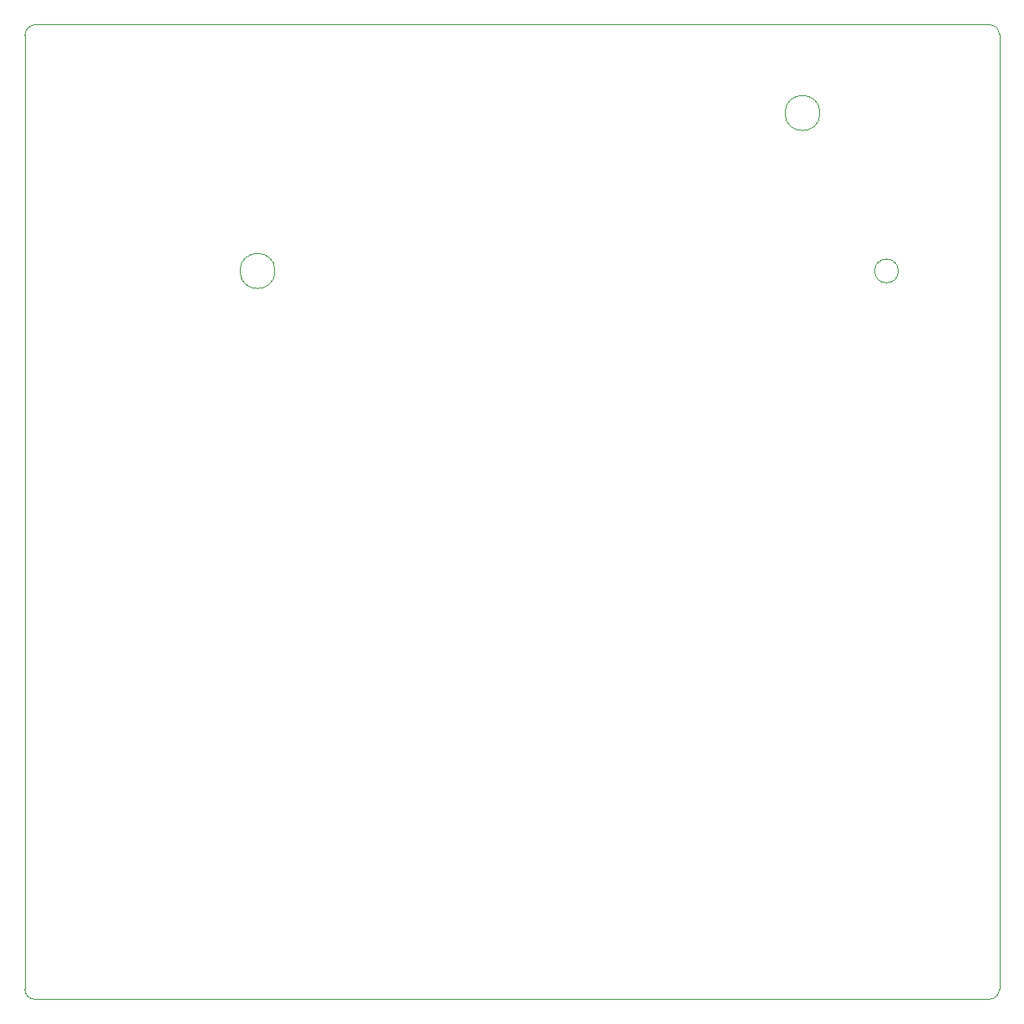
<source format=gm1>
%TF.GenerationSoftware,KiCad,Pcbnew,(6.0.2-0)*%
%TF.CreationDate,2022-04-08T22:13:11+02:00*%
%TF.ProjectId,main,6d61696e-2e6b-4696-9361-645f70636258,rev?*%
%TF.SameCoordinates,Original*%
%TF.FileFunction,Profile,NP*%
%FSLAX46Y46*%
G04 Gerber Fmt 4.6, Leading zero omitted, Abs format (unit mm)*
G04 Created by KiCad (PCBNEW (6.0.2-0)) date 2022-04-08 22:13:11*
%MOMM*%
%LPD*%
G01*
G04 APERTURE LIST*
%TA.AperFunction,Profile*%
%ADD10C,0.100000*%
%TD*%
%TA.AperFunction,Profile*%
%ADD11C,0.120000*%
%TD*%
G04 APERTURE END LIST*
D10*
X188800000Y-34600000D02*
G75*
G03*
X187800000Y-33600000I-999999J1D01*
G01*
X187800000Y-132300000D02*
X91100000Y-132300000D01*
X90100000Y-131300000D02*
G75*
G03*
X91100000Y-132300000I999999J-1D01*
G01*
X187800000Y-132300000D02*
G75*
G03*
X188800000Y-131300000I1J999999D01*
G01*
X91200000Y-33600000D02*
G75*
G03*
X90100000Y-34700000I2J-1100002D01*
G01*
X90100000Y-131300000D02*
X90100000Y-34700000D01*
X91200000Y-33600000D02*
X187800000Y-33600000D01*
X188800000Y-34600000D02*
X188800000Y-131300000D01*
D11*
%TO.C,BT1*%
X170640000Y-42550000D02*
G75*
G03*
X170640000Y-42550000I-1780000J0D01*
G01*
X178570000Y-58550000D02*
G75*
G03*
X178570000Y-58550000I-1200000J0D01*
G01*
X115440000Y-58550000D02*
G75*
G03*
X115440000Y-58550000I-1780000J0D01*
G01*
%TD*%
M02*

</source>
